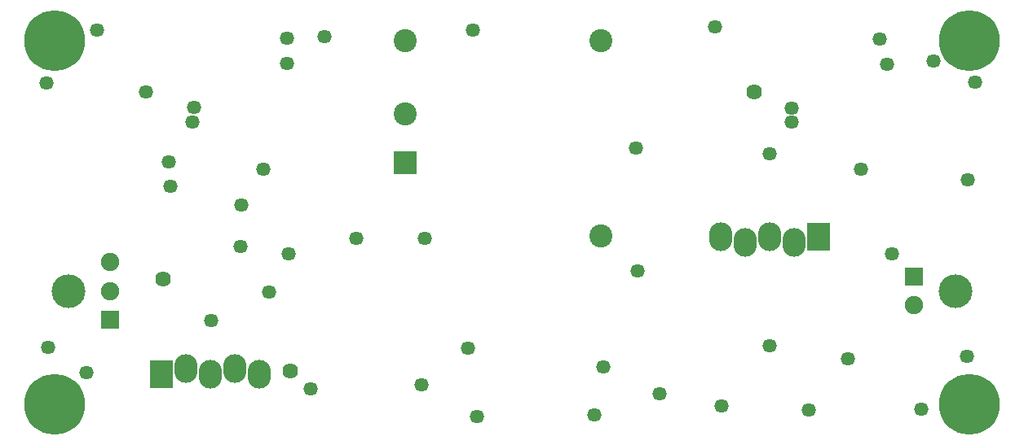
<source format=gbs>
G04 #@! TF.GenerationSoftware,KiCad,Pcbnew,(5.0.0)*
G04 #@! TF.CreationDate,2020-02-24T01:00:23-08:00*
G04 #@! TF.ProjectId,PowerShuffler,506F77657253687566666C65722E6B69,rev?*
G04 #@! TF.SameCoordinates,Original*
G04 #@! TF.FileFunction,Soldermask,Bot*
G04 #@! TF.FilePolarity,Negative*
%FSLAX46Y46*%
G04 Gerber Fmt 4.6, Leading zero omitted, Abs format (unit mm)*
G04 Created by KiCad (PCBNEW (5.0.0)) date 02/24/20 01:00:23*
%MOMM*%
%LPD*%
G01*
G04 APERTURE LIST*
%ADD10R,2.400000X3.000000*%
%ADD11O,2.400000X3.000000*%
%ADD12R,1.900000X1.900000*%
%ADD13C,1.900000*%
%ADD14C,3.500000*%
%ADD15C,6.316000*%
%ADD16C,2.400000*%
%ADD17R,2.400000X2.400000*%
%ADD18C,1.466800*%
%ADD19C,1.619200*%
G04 APERTURE END LIST*
D10*
G04 #@! TO.C,J2*
X68237100Y-109385100D03*
D11*
X70777100Y-108785100D03*
X73317100Y-109385100D03*
X75857100Y-108785100D03*
X78397100Y-109385100D03*
G04 #@! TD*
D10*
G04 #@! TO.C,J4*
X136436100Y-95140500D03*
D11*
X133896100Y-95740500D03*
X131356100Y-95140500D03*
X128816100Y-95740500D03*
X126276100Y-95140500D03*
G04 #@! TD*
D12*
G04 #@! TO.C,J3*
X146405600Y-99259000D03*
D13*
X146405600Y-102259000D03*
D14*
X150725600Y-100759000D03*
G04 #@! TD*
D12*
G04 #@! TO.C,J1*
X62903100Y-103759000D03*
D13*
X62903100Y-100759000D03*
X62903100Y-97759000D03*
D14*
X58583100Y-100759000D03*
G04 #@! TD*
D15*
G04 #@! TO.C,MNT1*
X57150000Y-74676000D03*
G04 #@! TD*
G04 #@! TO.C,MNT2*
X152146000Y-74676000D03*
G04 #@! TD*
G04 #@! TO.C,MNT3*
X57150000Y-112522000D03*
G04 #@! TD*
G04 #@! TO.C,MNT4*
X152146000Y-112522000D03*
G04 #@! TD*
D16*
G04 #@! TO.C,U4*
X113868200Y-74663300D03*
X113868200Y-94983300D03*
X93548200Y-74663300D03*
X93548200Y-82283300D03*
D17*
X93548200Y-87363300D03*
G04 #@! TD*
D18*
X69011800Y-87350600D03*
X81280000Y-77038200D03*
X76479400Y-91846400D03*
X81280000Y-74447400D03*
X71577200Y-81635600D03*
X71475600Y-83134200D03*
X69189600Y-89839800D03*
X100965000Y-113842800D03*
X88468200Y-95300800D03*
X95554800Y-95300800D03*
X100584000Y-73609200D03*
X56286400Y-79070200D03*
X61569600Y-73583800D03*
X56464200Y-106629200D03*
X60426600Y-109245400D03*
X85140800Y-74244200D03*
X73380600Y-103860600D03*
X79375000Y-100838000D03*
X83743800Y-110947200D03*
X139509500Y-107784900D03*
X148412200Y-76784200D03*
X151942800Y-89154000D03*
D19*
X129794000Y-80010000D03*
D18*
X140843000Y-88112600D03*
X113157000Y-113639600D03*
X114096800Y-108686600D03*
X117678200Y-98704400D03*
X117475000Y-85902800D03*
X152755600Y-79044800D03*
X135432800Y-113182400D03*
X147142200Y-113080800D03*
X151892000Y-107569000D03*
X125704600Y-73304400D03*
X133629400Y-81711800D03*
X133629400Y-83159600D03*
X144043400Y-96901000D03*
X126365000Y-112687100D03*
X131394200Y-86499700D03*
X119913400Y-111429800D03*
X143586200Y-77165200D03*
X142824200Y-74498200D03*
X131381500Y-106452150D03*
X81457800Y-96901000D03*
X100076000Y-106743500D03*
X76454000Y-96164400D03*
X95224600Y-110540800D03*
X66586100Y-80048100D03*
D19*
X68364100Y-99517200D03*
D18*
X78816200Y-88087200D03*
D19*
X81572100Y-109093000D03*
M02*

</source>
